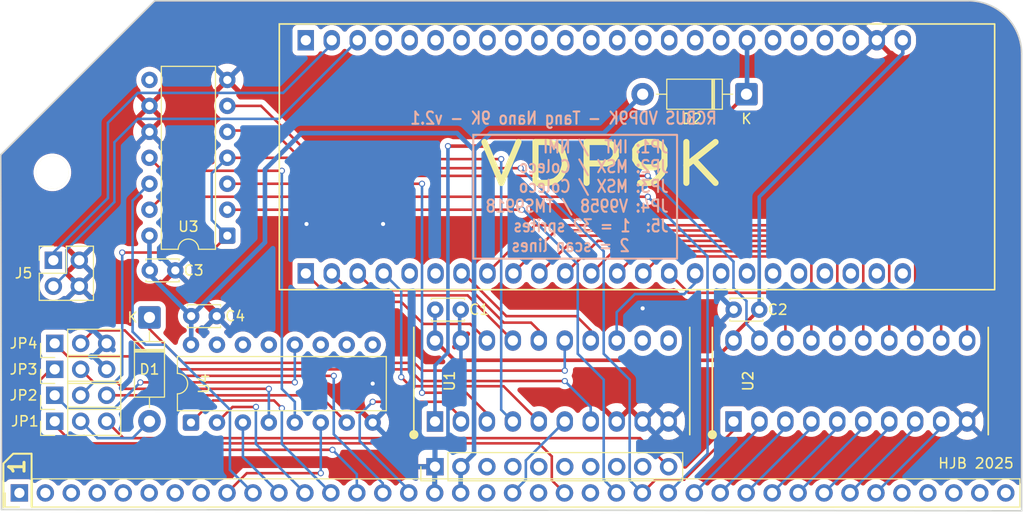
<source format=kicad_pcb>
(kicad_pcb (version 20241229) (generator "pcbnew") (generator_version "9.0")
  (title_block (title "RCBUS VDP9K") (rev "2.1") (company "HJB 2025") (comment 4 "VDP Tang Nano 9K - V9958 32K MSX / TMS9918A Coleco"))
  (layers (0 "F.Cu" signal) (2 "B.Cu" signal) (13 "F.Paste" user) (15 "B.Paste" user) (5 "F.SilkS" user "F.Silkscreen") (7 "B.SilkS" user "B.Silkscreen") (1 "F.Mask" user) (3 "B.Mask" user) (25 "Edge.Cuts" user))
  (net 0 "")
  (net 1 "GND")
  (net 2 "/{slash}IRQ")
  (net 3 "A15")
  (net 4 "A14")
  (net 5 "A13")
  (net 6 "A12")
  (net 7 "A11")
  (net 8 "A10")
  (net 9 "A9")
  (net 10 "A8")
  (net 11 "A7")
  (net 12 "A6")
  (net 13 "A5")
  (net 14 "A4")
  (net 15 "A3")
  (net 16 "A2")
  (net 17 "A1")
  (net 18 "A0")
  (net 19 "{slash}MREQ")
  (net 20 "{slash}RD")
  (net 21 "CLK")
  (net 22 "{slash}INT")
  (net 23 "{slash}IORQ")
  (net 24 "{slash}WR")
  (net 25 "{slash}M1")
  (net 26 "{slash}RST")
  (net 27 "D0")
  (net 28 "D1")
  (net 29 "D2")
  (net 30 "D3")
  (net 31 "D4")
  (net 32 "D5")
  (net 33 "D6")
  (net 34 "D7")
  (net 35 "TX")
  (net 36 "RX")
  (net 37 "USR1")
  (net 38 "USR2")
  (net 39 "USR3")
  (net 40 "/3VD4")
  (net 41 "+3.3V")
  (net 42 "/{slash}RST3")
  (net 44 "/3VD5")
  (net 45 "/3VD3")
  (net 46 "/{slash}CSR3")
  (net 47 "/VDD")
  (net 49 "/3VD6")
  (net 50 "/3VD7")
  (net 51 "/{slash}INT3")
  (net 53 "Net-(U4-E2)")
  (net 55 "/3VD1")
  (net 56 "VCC")
  (net 58 "/3VD2")
  (net 59 "/3VD0")
  (net 62 "/{slash}CSW3")
  (net 63 "Net-(JP4-C)")
  (net 66 "/{slash}CSW")
  (net 71 "/MODE03")
  (net 73 "/{slash}CSR")
  (net 77 "/MSX")
  (net 81 "/COL")
  (net 97 "Net-(D1-A)")
  (net 103 "{slash}NMI")
  (net 108 "/32Sprites")
  (net 109 "/Scanlines")
  (net 110 "/MODE13")
  (net 111 "Net-(JP2-C)")
  (net 112 "Net-(JP3-C)")
  (footprint "Mounting_Holes:MountingHole_3.2mm_M3" (layer "F.Cu") (at 55.9736 42.1386)
    (property "Reference" "MNT0" (hide yes))
    (property "Value" "" (hide yes))
  )
  (footprint "Connector_PinHeader_2.54mm:PinHeader_1x39_P2.54mm_Vertical" (layer "F.Cu") (at 52.7478 73.5076 90)
    (property "Reference" "J1" (hide yes))
    (property "Value" "Conn_01X39" (hide yes))
  )
  (footprint "Package_DIP:DIP-16_W7.62mm" (layer "F.Cu") (at 69.5398 66.6216 90)
    (property "Reference" "U4")
    (property "Value" "74HCT138" (hide yes))
  )
  (footprint "Connector_PinHeader_2.54mm:PinHeader_1x03_P2.54mm_Vertical" (layer "F.Cu") (at 56.2048 63.9546 90)
    (property "Reference" "JP2")
    (property "Value" "Jumper_3_Open" (hide yes))
  )
  (footprint "Diode_THT:D_DO-41_SOD81_P10.16mm_Horizontal" (layer "F.Cu") (at 65.4758 56.3346 -90)
    (property "Reference" "D1")
    (property "Value" "1N5817" (hide yes))
  )
  (footprint "Connector_PinHeader_2.54mm:PinHeader_1x03_P2.54mm_Vertical" (layer "F.Cu") (at 56.2048 58.8746 90)
    (property "Reference" "JP4")
    (property "Value" "Jumper_3_Open" (hide yes))
  )
  (footprint "Connector_PinHeader_2.54mm:PinHeader_1x03_P2.54mm_Vertical" (layer "F.Cu") (at 56.2048 61.4146 90)
    (property "Reference" "JP3")
    (property "Value" "Jumper_3_Open" (hide yes))
  )
  (footprint "0my_project:DIP-48_TangNano9K" (layer "F.Cu") (at 109.982 40.61845)
    (property "Reference" "U6" (hide yes))
    (property "Value" "Tang_Nano_9K" (hide yes))
  )
  (footprint "Connector_PinHeader_2.54mm:PinHeader_1x03_P2.54mm_Vertical" (layer "F.Cu") (at 56.2048 66.4946 90)
    (property "Reference" "JP1")
    (property "Value" "Jumper_3_Open" (hide yes))
  )
  (footprint "Diode_THT:D_DO-41_SOD81_P10.16mm_Horizontal" (layer "F.Cu") (at 123.8958 34.4906 180)
    (property "Reference" "D2")
    (property "Value" "1N5817")
  )
  (footprint "Package_DIP:DIP-14_W7.62mm" (layer "F.Cu") (at 73.0958 48.3336 180)
    (property "Reference" "U3")
    (property "Value" "74HCT32" (hide yes))
  )
  (footprint "Connector_PinHeader_2.54mm:PinHeader_1x10_P2.54mm_Vertical" (layer "F.Cu") (at 93.4158 70.9396 90)
    (property "Reference" "J2" (hide yes))
    (property "Value" "Conn_01x10")
  )
  (footprint "0my_project:DIP-20_TI-N" (layer "F.Cu") (at 134.0558 62.5576)
    (property "Reference" "U2")
    (property "Value" "SN74LVC245AN" (hide yes))
  )
  (footprint "0my_project:DIP-20_TI-N" (layer "F.Cu") (at 104.8458 62.5576)
    (property "Reference" "U1")
    (property "Value" "SN74LVC245AN" (hide yes))
  )
  (footprint "Capacitor_THT:C_Disc_D3.0mm_W2.0mm_P2.50mm" (layer "F.Cu") (at 125.1458 55.5726 180)
    (property "Reference" "C2")
    (property "Value" "0.1uF")
  )
  (footprint "Capacitor_THT:C_Disc_D3.0mm_W2.0mm_P2.50mm" (layer "F.Cu") (at 93.4358 55.5726)
    (property "Reference" "C1")
    (property "Value" "0.1uF")
  )
  (footprint "Capacitor_THT:C_Disc_D3.0mm_W2.0mm_P2.50mm" (layer "F.Cu") (at 69.5598 56.2076)
    (property "Reference" "C4")
    (property "Value" "0.1uF")
  )
  (footprint "Capacitor_THT:C_Disc_D3.0mm_W2.0mm_P2.50mm" (layer "F.Cu") (at 65.504657 51.731853)
    (property "Reference" "C3")
    (property "Value" "0.1uF")
  )
  (footprint "Connector_PinHeader_2.54mm:PinHeader_2x02_P2.54mm_Vertical" (layer "F.Cu") (at 56.0728 50.7416)
    (property "Reference" "J5")
    (property "Value" "Conn_02x02" (hide yes))
  )
  (gr_line (start 53.9188 69.6696) (end 52.1408 69.6696) (stroke (width 0.2)) (layer "F.SilkS"))
  (gr_line (start 51.180844 70.629556) (end 52.107107 69.703293) (stroke (width 0.2)) (layer "F.SilkS"))
  (gr_line (start 51.181 74.89952) (end 51.181 70.6856) (stroke (width 0.2)) (layer "F.SilkS"))
  (gr_line (start 53.9416 69.6696) (end 53.9416 74.8766) (stroke (width 0.2)) (layer "F.SilkS"))
  (gr_rect (start 97.1623 38.46575) (end 117.1013 50.581451) (stroke (width 0.2)) (fill no) (layer "B.SilkS"))
  (gr_line (start 145.632987 25.353413) (end 65.9838 25.353413) (stroke (width 0.15)) (layer "Edge.Cuts"))
  (gr_line (start 150.819799 30.533413) (end 150.8198 75.2576) (stroke (width 0.15)) (layer "Edge.Cuts"))
  (gr_line (start 150.8198 75.2576) (end 50.9978 75.1306) (stroke (width 0.15)) (layer "Edge.Cuts"))
  (gr_line (start 50.9978 75.1306) (end 50.924974 40.412239) (stroke (width 0.15)) (layer "Edge.Cuts"))
  (gr_arc (start 145.632987 25.3466) (mid 149.300618 26.865782) (end 150.8198 30.533413) (stroke (width 0.15)) (layer "Edge.Cuts"))
  (gr_line (start 65.9838 25.353413) (end 50.924974 40.412239) (stroke (width 0.15)) (layer "Edge.Cuts"))
  (gr_text "1" (at 52.5218 70.9396 90) (layer "F.SilkS") (effects (font (size 1.5 1.5) (thickness 0.3))))
  (gr_text "VDP9K" (at 109.7988 41.3486 0) (layer "F.SilkS") (effects (font (size 4 5) (thickness 0.6))))
  (gr_text "HJB 2025" (at 142.5648 71.1936 0) (layer "F.SilkS") (effects (font (size 1 1)) (justify left bottom)))
  (gr_text "JP1: INT  / NMI\nJP2: MSX / Coleco\nJP3: MSX / Coleco\nJP4: V9958 / TMS9918\nJ5:  1 = 32 sprites\n     2 = scan lines" (at 116.377716 50.010217 0) (layer "B.SilkS") (effects (font (size 1.2 1) (thickness 0.2) (bold yes)) (justify left bottom mirror)))
  (gr_text "RCBUS VDP9K - Tang Nano 9K - v2.1" (at 121.1018 37.5386 0) (layer "B.SilkS") (effects (font (size 1.2 1) (thickness 0.2) (bold yes)) (justify left bottom mirror)))
  (segment (start 59.6338 54.3026) (end 65.43391 54.3026) (width 0.35) (layer "F.Cu") (net 1))
  (segment (start 116.2758 66.5176) (end 118.4578 64.3356) (width 0.35) (layer "F.Cu") (net 1))
  (segment (start 114.9828 67.7646) (end 115.0288 67.7646) (width 0.35) (layer "F.Cu") (net 1))
  (segment (start 93.3748 70.8986) (end 56.0368 70.8986) (width 0.35) (layer "F.Cu") (net 1))
  (segment (start 53.9258 57.9786) (end 53.9258 57.9686) (width 0.35) (layer "F.Cu") (net 1))
  (segment (start 112.3618 65.3516) (end 112.5698 65.3516) (width 0.35) (layer "F.Cu") (net 1))
  (segment (start 111.1958 66.5176) (end 112.3618 65.3516) (width 0.35) (layer "F.Cu") (net 1))
  (segment (start 58.6128 53.2816) (end 59.6338 54.3026) (width 0.35) (layer "F.Cu") (net 1))
  (segment (start 56.0368 70.8986) (end 53.4108 68.2726) (width 0.35) (layer "F.Cu") (net 1))
  (segment (start 138.6104 27.2516) (end 136.652 29.21) (width 0.35) (layer "F.Cu") (net 1))
  (segment (start 143.3038 64.3356) (end 145.4858 66.5176) (width 0.35) (layer "F.Cu") (net 1))
  (segment (start 78.9378 27.2516) (end 73.0958 33.0936) (width 0.35) (layer "F.Cu") (net 1))
  (segment (start 53.4108 58.4936) (end 53.9258 57.9786) (width 0.35) (layer "F.Cu") (net 1))
  (segment (start 136.652 29.21) (end 134.6936 27.2516) (width 0.35) (layer "F.Cu") (net 1))
  (segment (start 115.0288 67.7646) (end 116.2758 66.5176) (width 0.35) (layer "F.Cu") (net 1))
  (segment (start 53.9258 57.9686) (end 58.6128 53.2816) (width 0.35) (layer "F.Cu") (net 1))
  (segment (start 145.4858 66.5176) (end 147.7718 64.2316) (width 0.35) (layer "F.Cu") (net 1))
  (segment (start 65.4758 35.6336) (end 66.7458 36.9036) (width 0.35) (layer "F.Cu") (net 1))
  (segment (start 113.7358 66.5176) (end 114.9828 67.7646) (width 0.35) (layer "F.Cu") (net 1))
  (segment (start 73.0958 33.0936) (end 71.9528 34.2366) (width 0.35) (layer "F.Cu") (net 1))
  (segment (start 66.8728 34.2366) (end 65.4758 35.6336) (width 0.35) (layer "F.Cu") (net 1))
  (segment (start 134.6936 27.2516) (end 78.9378 27.2516) (width 0.35) (layer "F.Cu") (net 1))
  (segment (start 147.7718 64.2316) (end 147.7718 33.02) (width 0.35) (layer "F.Cu") (net 1))
  (segment (start 112.5698 65.3516) (end 113.7358 66.5176) (width 0.35) (layer "F.Cu") (net 1))
  (segment (start 65.43391 54.3026) (end 68.004657 51.731853) (width 0.35) (layer "F.Cu") (net 1))
  (segment (start 147.7718 33.02) (end 142.0034 27.2516) (width 0.35) (layer "F.Cu") (net 1))
  (segment (start 68.004657 51.731853) (end 72.0598 55.786996) (width 0.35) (layer "F.Cu") (net 1))
  (segment (start 53.4108 68.2726) (end 53.4108 58.4936) (width 0.35) (layer "F.Cu") (net 1))
  (segment (start 142.0034 27.2516) (end 138.6104 27.2516) (width 0.35) (layer "F.Cu") (net 1))
  (segment (start 66.7458 36.9036) (end 65.4758 38.1736) (width 0.35) (layer "F.Cu") (net 1))
  (segment (start 71.9528 34.2366) (end 66.8728 34.2366) (width 0.35) (layer "F.Cu") (net 1))
  (segment (start 118.4578 64.3356) (end 143.3038 64.3356) (width 0.35) (layer "F.Cu") (net 1))
  (via (at 80.8428 47.1906) (size 0.6) (drill 0.4) (layers "F.Cu" "B.Cu") (net 1))
  (via (at 88.3358 47.1906) (size 0.6) (drill 0.4) (layers "F.Cu" "B.Cu") (net 1))
  (via (at 87.3198 62.8116) (size 0.6) (drill 0.4) (layers "F.Cu" "B.Cu") (net 1))
  (via (at 113.7358 55.4456) (size 0.6) (drill 0.4) (layers "F.Cu" "B.Cu") (net 1))
  (segment (start 59.7608 52.1336) (end 59.7608 51.8896) (width 0.35) (layer "B.Cu") (net 1))
  (segment (start 58.6128 53.2816) (end 59.7608 52.1336) (width 0.35) (layer "B.Cu") (net 1))
  (segment (start 140.1288 61.1606) (end 145.4858 66.5176) (width 0.35) (layer "B.Cu") (net 1))
  (segment (start 122.6458 55.5726) (end 121.1018 57.1166) (width 0.35) (layer "B.Cu") (net 1))
  (segment (start 121.1018 57.1166) (end 121.1018 59.7636) (width 0.35) (layer "B.Cu") (net 1))
  (segment (start 59.7608 54.4296) (end 58.6128 53.2816) (width 0.35) (layer "B.Cu") (net 1))
  (segment (start 121.1018 59.7636) (end 122.4988 61.1606) (width 0.35) (layer "B.Cu") (net 1))
  (segment (start 60.0148 60.1446) (end 61.2848 61.4146) (width 0.35) (layer "B.Cu") (net 1))
  (segment (start 59.7608 57.3506) (end 59.7608 54.4296) (width 0.35) (layer "B.Cu") (net 1))
  (segment (start 93.4158 69.2886) (end 93.4158 70.9396) (width 0.35) (layer "B.Cu") (net 1))
  (segment (start 59.7608 51.8896) (end 58.6128 50.7416) (width 0.35) (layer "B.Cu") (net 1))
  (segment (start 62.9358 40.7136) (end 65.4758 38.1736) (width 0.35) (layer "B.Cu") (net 1))
  (segment (start 93.3878 73.5076) (end 93.3878 70.9676) (width 0.5) (layer "B.Cu") (net 1))
  (segment (start 95.8288 58.6206) (end 95.8288 55.5926) (width 0.35) (layer "B.Cu") (net 1))
  (segment (start 95.9558 60.5256) (end 94.6858 61.7956) (width 0.35) (layer "B.Cu") (net 1))
  (segment (start 93.4158 70.9396) (end 91.6378 70.9396) (width 0.35) (layer "B.Cu") (net 1))
  (segment (start 58.6228 50.7416) (end 62.9358 46.4286) (width 0.35) (layer "B.Cu") (net 1))
  (segment (start 61.2848 58.8746) (end 60.0148 60.1446) (width 0.35) (layer "B.Cu") (net 1))
  (segment (start 94.6858 68.0186) (end 93.4158 69.2886) (width 0.35) (layer "B.Cu") (net 1))
  (segment (start 95.9558 58.5976) (end 95.9558 60.5256) (width 0.35) (layer "B.Cu") (net 1))
  (segment (start 122.4988 61.1606) (end 140.1288 61.1606) (width 0.35) (layer "B.Cu") (net 1))
  (segment (start 61.2848 58.8746) (end 59.7608 57.3506) (width 0.35) (layer "B.Cu") (net 1))
  (segment (start 62.9358 46.4286) (end 62.9358 40.7136) (width 0.35) (layer "B.Cu") (net 1))
  (segment (start 91.6378 70.9396) (end 87.3198 66.6216) (width 0.35) (layer "B.Cu") (net 1))
  (segment (start 94.6858 61.7956) (end 94.6858 68.0186) (width 0.35) (layer "B.Cu") (net 1))
  (segment (start 92.1458 61.5416) (end 106.1158 61.5416) (width 0.25) (layer "F.Cu") (net 2))
  (segment (start 65.4758 57.4776) (end 68.7778 60.7796) (width 0.25) (layer "F.Cu") (net 2))
  (segment (start 68.7778 60.7796) (end 91.3838 60.7796) (width 0.25) (layer "F.Cu") (net 2))
  (segment (start 65.4758 56.3346) (end 65.4758 57.4776) (width 0.25) (layer "F.Cu") (net 2))
  (segment (start 91.3838 60.7796) (end 92.1458 61.5416) (width 0.25) (layer "F.Cu") (net 2))
  (via (at 106.1158 61.5416) (size 0.6) (drill 0.4) (layers "F.Cu" "B.Cu") (net 2))
  (segment (start 106.1158 58.5976) (end 106.1158 61.5416) (width 0.25) (layer "B.Cu") (net 2))
  (segment (start 75.0008 71.5746) (end 73.0678 73.5076) (width 0.25) (layer "F.Cu") (net 11))
  (segment (start 82.2398 71.5746) (end 75.0008 71.5746) (width 0.25) (layer "F.Cu") (net 11))
  (via (at 82.2398 71.5746) (size 0.6) (drill 0.4) (layers "F.Cu" "B.Cu") (net 11))
  (segment (start 82.2398 71.513484) (end 82.2398 66.6216) (width 0.25) (layer "B.Cu") (net 11))
  (segment (start 65.4758 43.2536) (end 63.8248 44.9046) (width 0.25) (layer "B.Cu") (net 12))
  (segment (start 73.3498 71.2496) (end 75.6078 73.5076) (width 0.25) (layer "B.Cu") (net 12))
  (segment (start 65.0948 59.0016) (end 66.9998 59.0016) (width 0.25) (layer "B.Cu") (net 12))
  (segment (start 73.3498 65.3516) (end 73.3498 71.2496) (width 0.25) (layer "B.Cu") (net 12))
  (segment (start 63.8248 57.7316) (end 65.0948 59.0016) (width 0.25) (layer "B.Cu") (net 12))
  (segment (start 63.8248 44.9046) (end 63.8248 57.7316) (width 0.25) (layer "B.Cu") (net 12))
  (segment (start 66.9998 59.0016) (end 73.3498 65.3516) (width 0.25) (layer "B.Cu") (net 12))
  (segment (start 78.1478 73.5076) (end 74.6198 69.9796) (width 0.25) (layer "B.Cu") (net 13))
  (segment (start 74.6198 69.9796) (end 74.6198 66.6216) (width 0.25) (layer "B.Cu") (net 13))
  (segment (start 73.6038 65.0976) (end 72.0798 66.6216) (width 0.25) (layer "F.Cu") (net 14))
  (segment (start 75.8898 65.0976) (end 73.6038 65.0976) (width 0.25) (layer "F.Cu") (net 14))
  (segment (start 75.8998 65.0876) (end 75.8898 65.0976) (width 0.25) (layer "F.Cu") (net 14))
  (via (at 75.8998 65.0876) (size 0.6) (drill 0.4) (layers "F.Cu" "B.Cu") (net 14))
  (segment (start 80.6878 73.5076) (end 75.8898 68.7096) (width 0.25) (layer "B.Cu") (net 14))
  (segment (start 75.8898 68.7096) (end 75.8898 65.0976) (width 0.25) (layer "B.Cu") (net 14))
  (segment (start 75.8898 65.0976) (end 75.8998 65.0876) (width 0.25) (layer "B.Cu") (net 14))
  (segment (start 78.4298 65.2246) (end 77.6678 64.4626) (width 0.25) (layer "F.Cu") (net 15))
  (segment (start 77.6678 64.4626) (end 71.6988 64.4626) (width 0.25) (layer "F.Cu") (net 15))
  (segment (start 71.6988 64.4626) (end 69.5398 66.6216) (width 0.25) (layer "F.Cu") (net 15))
  (via (at 78.4298 65.2246) (size 0.6) (drill 0.4) (layers "F.Cu" "B.Cu") (net 15))
  (segment (start 78.4298 65.2246) (end 78.4298 68.7096) (width 0.25) (layer "B.Cu") (net 15))
  (segment (start 78.4298 68.7096) (end 83.2278 73.5076) (width 0.25) (layer "B.Cu") (net 15))
  (segment (start 83.3828 69.2886) (end 55.9508 69.2886) (width 0.25) (layer "F.Cu") (net 16))
  (segment (start 54.4268 67.7646) (end 54.4268 62.8116) (width 0.25) (layer "F.Cu") (net 16))
  (segment (start 55.9508 69.2886) (end 54.4268 67.7646) (width 0.25) (layer "F.Cu") (net 16))
  (segment (start 54.4268 62.8116) (end 55.8238 61.4146) (width 0.25) (layer "F.Cu") (net 16))
  (via (at 83.3828 69.2886) (size 0.6) (drill 0.4) (layers "F.Cu" "B.Cu") (net 16))
  (segment (start 85.7678 71.6736) (end 85.7678 73.5076) (width 0.25) (layer "B.Cu") (net 16))
  (segment (start 83.3828 69.2886) (end 85.7678 71.6736) (width 0.25) (layer "B.Cu") (net 16))
  (segment (start 83.5098 62.0496) (end 66.4918 62.0496) (width 0.25) (layer "F.Cu") (net 17))
  (segment (start 64.5868 60.1446) (end 57.4748 60.1446) (width 0.25) (layer "F.Cu") (net 17))
  (segment (start 66.4918 62.0496) (end 64.5868 60.1446) (width 0.25) (layer "F.Cu") (net 17))
  (segment (start 57.4748 60.1446) (end 56.2048 58.8746) (width 0.25) (layer "F.Cu") (net 17))
  (via (at 83.5098 62.0496) (size 0.6) (drill 0.4) (layers "F.Cu" "B.Cu") (net 17))
  (segment (start 88.3078 72.5626) (end 88.3078 73.5076) (width 0.25) (layer "B.Cu") (net 17))
  (segment (start 83.5098 62.0496) (end 83.5098 67.7646) (width 0.25) (layer "B.Cu") (net 17))
  (segment (start 83.5098 67.7646) (end 88.3078 72.5626) (width 0.25) (layer "B.Cu") (net 17))
  (segment (start 87.3198 64.5896) (end 94.4318 64.5896) (width 0.25) (layer "F.Cu") (net 18))
  (segment (start 94.4318 64.5896) (end 95.9558 66.1136) (width 0.25) (layer "F.Cu") (net 18))
  (via (at 87.3198 64.5896) (size 0.6) (drill 0.4) (layers "F.Cu" "B.Cu") (net 18))
  (segment (start 86.0498 65.8596) (end 86.0498 68.4276) (width 0.25) (layer "B.Cu") (net 18))
  (segment (start 87.3198 64.5896) (end 86.0498 65.8596) (width 0.25) (layer "B.Cu") (net 18))
  (segment (start 86.0498 68.4276) (end 90.8478 73.2256) (width 0.25) (layer "B.Cu") (net 18))
  (segment (start 115.0058 72.2096) (end 117.7998 72.2096) (width 0.25) (layer "F.Cu") (net 20))
  (segment (start 113.7078 73.5076) (end 115.0058 72.2096) (width 0.25) (layer "F.Cu") (net 20))
  (segment (start 117.7998 72.2096) (end 122.6258 67.3836) (width 0.25) (layer "F.Cu") (net 20))
  (segment (start 101.7978 41.7296) (end 81.2238 41.7296) (width 0.25) (layer "F.Cu") (net 20))
  (segment (start 77.5408 38.0466) (end 73.2228 38.0466) (width 0.25) (layer "F.Cu") (net 20))
  (segment (start 81.2238 41.7296) (end 77.5408 38.0466) (width 0.25) (layer "F.Cu") (net 20))
  (via (at 101.7978 41.7296) (size 0.6) (drill 0.4) (layers "F.Cu" "B.Cu") (net 20))
  (segment (start 112.4658 72.2656) (end 113.7078 73.5076) (width 0.25) (layer "B.Cu") (net 20))
  (segment (start 112.4658 62.4306) (end 112.4658 72.2656) (width 0.25) (layer "B.Cu") (net 20))
  (segment (start 101.7978 41.7296) (end 109.9258 49.8576) (width 0.25) (layer "B.Cu") (net 20))
  (segment (start 109.9258 59.8906) (end 112.4658 62.4306) (width 0.25) (layer "B.Cu") (net 20))
  (segment (start 109.9258 49.8576) (end 109.9258 59.8906) (width 0.25) (layer "B.Cu") (net 20))
  (segment (start 103.5758 68.6536) (end 57.9828 68.6536) (width 0.25) (layer "F.Cu") (net 22))
  (segment (start 106.0878 73.5076) (end 104.8458 72.2656) (width 0.25) (layer "F.Cu") (net 22))
  (segment (start 104.8458 72.2656) (end 104.8458 69.9236) (width 0.25) (layer "F.Cu") (net 22))
  (segment (start 57.9828 68.6536) (end 56.2048 66.8756) (width 0.25) (layer "F.Cu") (net 22))
  (segment (start 104.8458 69.9236) (end 103.5758 68.6536) (width 0.25) (layer "F.Cu") (net 22))
  (segment (start 66.7458 44.5236) (end 65.4758 45.7936) (width 0.25) (layer "F.Cu") (net 23))
  (segment (start 114.2438 44.5236) (end 66.7458 44.5236) (width 0.25) (layer "F.Cu") (net 23))
  (via (at 114.2438 44.5236) (size 0.6) (drill 0.4) (layers "F.Cu" "B.Cu") (net 23))
  (segment (start 114.2438 44.5236) (end 120.0858 50.3656) (width 0.25) (layer "B.Cu") (net 23))
  (segment (start 120.0858 69.6696) (end 116.2478 73.5076) (width 0.25) (layer "B.Cu") (net 23))
  (segment (start 120.0858 50.3656) (end 120.0858 69.6696) (width 0.25) (layer "B.Cu") (net 23))
  (segment (start 101.9248 45.7936) (end 73.0958 45.7936) (width 0.25) (layer "F.Cu") (net 24))
  (via (at 101.9248 45.7936) (size 0.6) (drill 0.4) (layers "F.Cu" "B.Cu") (net 24))
  (segment (start 102.0518 45.7936) (end 107.3858 51.1276) (width 0.25) (layer "B.Cu") (net 24))
  (segment (start 101.9248 45.7936) (end 102.0518 45.7936) (width 0.25) (layer "B.Cu") (net 24))
  (segment (start 107.3858 51.1276) (end 107.3858 59.8906) (width 0.25) (layer "B.Cu") (net 24))
  (segment (start 109.9258 72.2096) (end 111.1678 73.4516) (width 0.25) (layer "B.Cu") (net 24))
  (segment (start 109.9258 62.4306) (end 109.9258 72.2096) (width 0.25) (layer "B.Cu") (net 24))
  (segment (start 107.3858 59.8906) (end 109.9258 62.4306) (width 0.25) (layer "B.Cu") (net 24))
  (segment (start 102.3058 72.2096) (end 102.3058 70.3276) (width 0.25) (layer "B.Cu") (net 26))
  (segment (start 102.3058 70.3276) (end 106.1158 66.5176) (width 0.25) (layer "B.Cu") (net 26))
  (segment (start 101.0078 73.5076) (end 102.3058 72.2096) (width 0.25) (layer "B.Cu") (net 26))
  (segment (start 118.7878 73.5076) (end 125.1658 67.1296) (width 0.25) (layer "B.Cu") (net 27))
  (segment (start 121.3278 73.5076) (end 127.7058 67.1296) (width 0.25) (layer "B.Cu") (net 28))
  (segment (start 123.8678 73.5076) (end 130.2458 67.1296) (width 0.25) (layer "B.Cu") (net 29))
  (segment (start 126.4078 73.5076) (end 132.7858 67.1296) (width 0.25) (layer "B.Cu") (net 30))
  (segment (start 128.9478 73.5076) (end 135.3258 67.1296) (width 0.25) (layer "B.Cu") (net 31))
  (segment (start 131.4878 73.5076) (end 137.8658 67.1296) (width 0.25) (layer "B.Cu") (net 32))
  (segment (start 134.0278 73.5076) (end 140.4058 67.1296) (width 0.25) (layer "B.Cu") (net 33))
  (segment (start 136.5678 73.5076) (end 142.9458 67.1296) (width 0.25) (layer "B.Cu") (net 34))
  (segment (start 135.3258 58.5976) (end 135.3258 51.0006) (width 0.25) (layer "F.Cu") (net 40))
  (segment (start 135.3258 51.0006) (end 133.6748 49.3496) (width 0.25) (layer "F.Cu") (net 40))
  (segment (start 111.3893 49.3496) (end 108.712 52.0269) (width 0.25) (layer "F.Cu") (net 40))
  (segment (start 133.6748 49.3496) (end 111.3893 49.3496) (width 0.25) (layer "F.Cu") (net 40))
  (segment (start 93.4158 58.5976) (end 95.3438 60.5256) (width 0.35) (layer "F.Cu") (net 41))
  (segment (start 95.3438 60.5256) (end 120.6978 60.5256) (width 0.35) (layer "F.Cu") (net 41))
  (segment (start 120.6978 60.5256) (end 122.6258 58.5976) (width 0.35) (layer "F.Cu") (net 41))
  (segment (start 122.6258 58.0926) (end 125.1458 55.5726) (width 0.35) (layer "F.Cu") (net 41))
  (segment (start 139.192 30.4974) (end 139.192 29.21) (width 0.35) (layer "B.Cu") (net 41))
  (segment (start 125.1458 44.5436) (end 139.192 30.4974) (width 0.35) (layer "B.Cu") (net 41))
  (segment (start 125.1458 55.5726) (end 125.1458 44.5436) (width 0.35) (layer "B.Cu") (net 41))
  (segment (start 93.4158 58.5976) (end 93.4158 55.5926) (width 0.35) (layer "B.Cu") (net 41))
  (segment (start 100.4008 56.2076) (end 107.2588 56.2076) (width 0.25) (layer "F.Cu") (net 42))
  (segment (start 107.2588 56.2076) (end 108.6558 57.6046) (width 0.25) (layer "F.Cu") (net 42))
  (segment (start 96.2201 52.0269) (end 100.4008 56.2076) (width 0.25) (layer "F.Cu") (net 42))
  (segment (start 108.6558 57.6046) (end 108.6558 58.5976) (width 0.25) (layer "F.Cu") (net 42))
  (segment (start 132.7858 51.0006) (end 131.6428 49.8576) (width 0.25) (layer "F.Cu") (net 44))
  (segment (start 113.4213 49.8576) (end 111.252 52.0269) (width 0.25) (layer "F.Cu") (net 44))
  (segment (start 131.6428 49.8576) (end 113.4213 49.8576) (width 0.25) (layer "F.Cu") (net 44))
  (segment (start 132.7858 58.5976) (end 132.7858 51.0006) (width 0.25) (layer "F.Cu") (net 44))
  (segment (start 109.3573 48.8416) (end 106.172 52.0269) (width 0.25) (layer "F.Cu") (net 45))
  (segment (start 137.8658 58.5976) (end 137.8658 51.0006) (width 0.25) (layer "F.Cu") (net 45))
  (segment (start 137.8658 51.0006) (end 135.7068 48.8416) (width 0.25) (layer "F.Cu") (net 45))
  (segment (start 135.7068 48.8416) (end 109.3573 48.8416) (width 0.25) (layer "F.Cu") (net 45))
  (segment (start 100.1468 56.8426) (end 102.8138 56.8426) (width 0.25) (layer "F.Cu") (net 46))
  (segment (start 102.8138 56.8426) (end 103.5758 57.6046) (width 0.25) (layer "F.Cu") (net 46))
  (segment (start 96.9718 53.6676) (end 100.1468 56.8426) (width 0.25) (layer "F.Cu") (net 46))
  (segment (start 87.4927 53.6676) (end 96.9718 53.6676) (width 0.25) (layer "F.Cu") (net 46))
  (segment (start 103.5758 57.6046) (end 103.5758 58.5976) (width 0.25) (layer "F.Cu") (net 46))
  (segment (start 85.852 52.0269) (end 87.4927 53.6676) (width 0.25) (layer "F.Cu") (net 46))
  (segment (start 94.6858 39.5706) (end 118.8158 39.5706) (width 0.35) (layer "F.Cu") (net 47))
  (segment (start 118.8158 39.5706) (end 123.8958 34.4906) (width 0.35) (layer "F.Cu") (net 47))
  (via (at 94.6858 39.5706) (size 0.6) (drill 0.4) (layers "F.Cu" "B.Cu") (net 47))
  (segment (start 94.6858 39.5706) (end 94.6828 39.5736) (width 0.35) (layer "B.Cu") (net 47))
  (segment (start 123.952 29.21) (end 123.952 34.4344) (width 0.45) (layer "B.Cu") (net 47))
  (segment (start 94.6828 59.7666) (end 93.4158 61.0336) (width 0.35) (layer "B.Cu") (net 47))
  (segment (start 93.4158 61.0336) (end 93.4158 66.5176) (width 0.35) (layer "B.Cu") (net 47))
  (segment (start 94.6828 39.5736) (end 94.6828 59.7666) (width 0.35) (layer "B.Cu") (net 47))
  (segment (start 115.4533 50.3656) (end 129.6108 50.3656) (width 0.25) (layer "F.Cu") (net 49))
  (segment (start 130.2458 51.0006) (end 130.2458 58.5976) (width 0.25) (layer "F.Cu") (net 49))
  (segment (start 113.792 52.0269) (end 115.4533 50.3656) (width 0.25) (layer "F.Cu") (net 49))
  (segment (start 129.6108 50.3656) (end 130.2458 51.0006) (width 0.25) (layer "F.Cu") (net 49))
  (segment (start 127.7058 55.1916) (end 127.7058 58.5976) (width 0.25) (layer "F.Cu") (net 50))
  (segment (start 116.332 52.0269) (end 118.2267 53.9216) (width 0.25) (layer "F.Cu") (net 50))
  (segment (start 126.4358 53.9216) (end 127.7058 55.1916) (width 0.25) (layer "F.Cu") (net 50))
  (segment (start 118.2267 53.9216) (end 126.4358 53.9216) (width 0.25) (layer "F.Cu") (net 50))
  (segment (start 90.1138 62.1766) (end 91.0028 63.0656) (width 0.25) (layer "F.Cu") (net 51))
  (segment (start 91.0028 63.0656) (end 100.1238 63.0656) (width 0.25) (layer "F.Cu") (net 51))
  (segment (start 100.1238 63.0656) (end 103.5758 66.5176) (width 0.25) (layer "F.Cu") (net 51))
  (via (at 90.1138 62.1766) (size 0.6) (drill 0.4) (layers "F.Cu" "B.Cu") (net 51))
  (segment (start 90.1138 53.7487) (end 88.392 52.0269) (width 0.25) (layer "B.Cu") (net 51))
  (segment (start 90.1138 62.1766) (end 90.1138 53.7487) (width 0.25) (layer "B.Cu") (net 51))
  (segment (start 78.4298 41.9836) (end 66.7458 41.9836) (width 0.25) (layer "F.Cu") (net 53))
  (segment (start 66.7458 41.9836) (end 65.4758 40.7136) (width 0.25) (layer "F.Cu") (net 53))
  (via (at 78.4298 41.9836) (size 0.6) (drill 0.4) (layers "F.Cu" "B.Cu") (net 53))
  (segment (start 78.4298 41.9836) (end 78.4298 63.3196) (width 0.25) (layer "B.Cu") (net 53))
  (segment (start 79.6998 64.5896) (end 79.6998 66.6216) (width 0.25) (layer "B.Cu") (net 53))
  (segment (start 78.4298 63.3196) (end 79.6998 64.5896) (width 0.25) (layer "B.Cu") (net 53))
  (segment (start 138.1198 47.8256) (end 142.9458 52.6516) (width 0.25) (layer "F.Cu") (net 55))
  (segment (start 142.9458 52.6516) (end 142.9458 58.5976) (width 0.25) (layer "F.Cu") (net 55))
  (segment (start 105.2268 47.8256) (end 138.1198 47.8256) (width 0.25) (layer "F.Cu") (net 55))
  (segment (start 101.092 51.9604) (end 105.2268 47.8256) (width 0.25) (layer "F.Cu") (net 55))
  (segment (start 98.8768 38.3006) (end 97.2258 39.9516) (width 0.45) (layer "B.Cu") (net 56))
  (segment (start 113.7358 34.4906) (end 109.9258 38.3006) (width 0.45) (layer "B.Cu") (net 56))
  (segment (start 95.9278 73.5076) (end 95.9278 70.9676) (width 0.45) (layer "B.Cu") (net 56))
  (segment (start 65.4758 48.3336) (end 65.4758 52.1236) (width 0.45) (layer "B.Cu") (net 56))
  (segment (start 97.238 69.6574) (end 95.9558 70.9396) (width 0.45) (layer "B.Cu") (net 56))
  (segment (start 76.7788 48.9886) (end 69.5598 56.2076) (width 0.45) (layer "B.Cu") (net 56))
  (segment (start 76.7788 41.8566) (end 76.7788 48.9886) (width 0.45) (layer "B.Cu") (net 56))
  (segment (start 97.2258 39.9516) (end 97.238 39.9638) (width 0.45) (layer "B.Cu") (net 56))
  (segment (start 97.2258 39.9516) (end 95.5748 38.3006) (width 0.45) (layer "B.Cu") (net 56))
  (segment (start 65.4758 52.1236) (end 69.5598 56.2076) (width 0.45) (layer "B.Cu") (net 56))
  (segment (start 97.238 39.9638) (end 97.238 69.6574) (width 0.45) (layer "B.Cu") (net 56))
  (segment (start 95.5748 38.3006) (end 80.3348 38.3006) (width 0.45) (layer "B.Cu") (net 56))
  (segment (start 69.5598 56.2076) (end 69.5598 58.9816) (width 0.45) (layer "B.Cu") (net 56))
  (segment (start 80.3348 38.3006) (end 76.7788 41.8566) (width 0.45) (layer "B.Cu") (net 56))
  (segment (start 109.9258 38.3006) (end 98.8768 38.3006) (width 0.45) (layer "B.Cu") (net 56))
  (segment (start 103.632 52.0269) (end 107.3253 48.3336) (width 0.25) (layer "F.Cu") (net 58))
  (segment (start 140.4058 51.0006) (end 140.4058 58.5976) (width 0.25) (layer "F.Cu") (net 58))
  (segment (start 107.3253 48.3336) (end 137.7388 48.3336) (width 0.25) (layer "F.Cu") (net 58))
  (segment (start 137.7388 48.3336) (end 140.4058 51.0006) (width 0.25) (layer "F.Cu") (net 58))
  (segment (start 145.4858 54.3026) (end 145.4858 58.5976) (width 0.25) (layer "F.Cu") (net 59))
  (segment (start 98.552 51.9604) (end 103.1948 47.3176) (width 0.25) (layer "F.Cu") (net 59))
  (segment (start 138.5008 47.3176) (end 145.4858 54.3026) (width 0.25) (layer "F.Cu") (net 59))
  (segment (start 103.1948 47.3176) (end 138.5008 47.3176) (width 0.25) (layer "F.Cu") (net 59))
  (segment (start 83.312 52.0269) (end 85.4607 54.1756) (width 0.25) (layer "F.Cu") (net 62))
  (segment (start 96.6138 54.1756) (end 101.0358 58.5976) (width 0.25) (layer "F.Cu") (net 62))
  (segment (start 85.4607 54.1756) (end 96.6138 54.1756) (width 0.25) (layer "F.Cu") (net 62))
  (segment (start 63.0628 57.6046) (end 60.0148 57.6046) (width 0.25) (layer "F.Cu") (net 63))
  (segment (start 106.1158 62.5576) (end 92.0188 62.5576) (width 0.25) (layer "F.Cu") (net 63))
  (segment (start 60.0148 57.6046) (end 58.7448 58.8746) (width 0.25) (layer "F.Cu") (net 63))
  (segment (start 90.8758 61.4146) (end 66.8728 61.4146) (width 0.25) (layer "F.Cu") (net 63))
  (segment (start 66.8728 61.4146) (end 63.0628 57.6046) (width 0.25) (layer "F.Cu") (net 63))
  (segment (start 92.0188 62.5576) (end 90.8758 61.4146) (width 0.25) (layer "F.Cu") (net 63))
  (via (at 106.1158 62.5576) (size 0.6) (drill 0.4) (layers "F.Cu" "B.Cu") (net 63))
  (segment (start 108.6558 65.0976) (end 108.6558 66.5176) (width 0.25) (layer "B.Cu") (net 63))
  (segment (start 106.1158 62.5576) (end 108.6558 65.0976) (width 0.25) (layer "B.Cu") (net 63))
  (segment (start 92.1458 63.7106) (end 92.1558 63.7006) (width 0.25) (layer "F.Cu") (net 66))
  (segment (start 96.4638 63.7006) (end 98.4958 65.7326) (width 0.25) (layer "F.Cu") (net 66))
  (segment (start 92.1458 43.2536) (end 73.0958 43.2536) (width 0.25) (layer "F.Cu") (net 66))
  (segment (start 92.1558 63.7006) (end 96.4638 63.7006) (width 0.25) (layer "F.Cu") (net 66))
  (via (at 92.1458 63.7106) (size 0.6) (drill 0.4) (layers "F.Cu" "B.Cu") (net 66))
  (via (at 92.1458 43.2536) (size 0.6) (drill 0.4) (layers "F.Cu" "B.Cu") (net 66))
  (segment (start 92.1458 43.2536) (end 92.1458 63.7106) (width 0.25) (layer "B.Cu") (net 66))
  (segment (start 96.8678 56.9696) (end 98.4958 58.5976) (width 0.25) (layer "F.Cu") (net 71))
  (segment (start 92.2728 56.9696) (end 96.8678 56.9696) (width 0.25) (layer "F.Cu") (net 71))
  (segment (start 80.772 52.0269) (end 83.5557 54.8106) (width 0.25) (layer "F.Cu") (net 71))
  (segment (start 83.5557 54.8106) (end 90.1138 54.8106) (width 0.25) (layer "F.Cu") (net 71))
  (segment (start 90.1138 54.8106) (end 92.2728 56.9696) (width 0.25) (layer "F.Cu") (net 71))
  (segment (start 99.8928 40.8406) (end 81.6048 40.8406) (width 0.25) (layer "F.Cu") (net 73))
  (segment (start 76.3978 35.6336) (end 73.0958 35.6336) (width 0.25) (layer "F.Cu") (net 73))
  (segment (start 81.6048 40.8406) (end 76.3978 35.6336) (width 0.25) (layer "F.Cu") (net 73))
  (via (at 99.8928 40.8406) (size 0.6) (drill 0.4) (layers "F.Cu" "B.Cu") (net 73))
  (segment (start 99.8928 65.3746) (end 99.8928 40.8406) (width 0.25) (layer "B.Cu") (net 73))
  (segment (start 101.0358 66.5176) (end 99.8928 65.3746) (width 0.25) (layer "B.Cu") (net 73))
  (segment (start 79.6998 62.6846) (end 64.5968 62.6846) (width 0.25) (layer "F.Cu") (net 77))
  (segment (start 64.5968 62.6846) (end 64.5868 62.6946) (width 0.25) (layer "F.Cu") (net 77))
  (via (at 64.5868 62.6946) (size 0.6) (drill 0.4) (layers "F.Cu" "B.Cu") (net 77))
  (via (at 79.6998 62.6846) (size 0.6) (drill 0.4) (layers "F.Cu" "B.Cu") (net 77))
  (segment (start 64.5768 62.6946) (end 62.0468 65.2246) (width 0.25) (layer "B.Cu") (net 77))
  (segment (start 64.5868 62.6946) (end 64.5768 62.6946) (width 0.25) (layer "B.Cu") (net 77))
  (segment (start 62.0468 65.2246) (end 57.4748 65.2246) (width 0.25) (layer "B.Cu") (net 77))
  (segment (start 57.4748 65.2246) (end 56.2048 63.9546) (width 0.25) (layer "B.Cu") (net 77))
  (segment (start 79.6998 59.0016) (end 79.6998 62.6846) (width 0.25) (layer "B.Cu") (net 77))
  (segment (start 61.2848 63.9546) (end 82.1128 63.9546) (width 0.25) (layer "F.Cu") (net 81))
  (segment (start 82.1128 63.9546) (end 84.7798 66.6216) (width 0.25) (layer "F.Cu") (net 81))
  (segment (start 58.7448 66.4946) (end 60.3958 68.1456) (width 0.25) (layer "B.Cu") (net 97))
  (segment (start 63.8248 68.1456) (end 65.4758 66.4946) (width 0.25) (layer "B.Cu") (net 97))
  (segment (start 60.3958 68.1456) (end 63.8248 68.1456) (width 0.25) (layer "B.Cu") (net 97))
  (segment (start 61.2848 66.4946) (end 62.9358 68.1456) (width 0.25) (layer "F.Cu") (net 103))
  (segment (start 113.4818 68.1456) (end 116.2758 70.9396) (width 0.25) (layer "F.Cu") (net 103))
  (segment (start 62.9358 68.1456) (end 113.4818 68.1456) (width 0.25) (layer "F.Cu") (net 103))
  (segment (start 64.3328 34.3636) (end 61.4118 37.2846) (width 0.25) (layer "B.Cu") (net 108))
  (segment (start 61.4118 37.2846) (end 61.4118 44.6506) (width 0.25) (layer "B.Cu") (net 108))
  (segment (start 56.0728 49.9896) (end 56.0728 50.7416) (width 0.25) (layer "B.Cu") (net 108))
  (segment (start 61.4118 44.6506) (end 56.0728 49.9896) (width 0.25) (layer "B.Cu") (net 108))
  (segment (start 78.5568 34.3636) (end 64.3328 34.3636) (width 0.25) (layer "B.Cu") (net 108))
  (segment (start 83.312 29.6084) (end 78.5568 34.3636) (width 0.25) (layer "B.Cu") (net 108))
  (segment (start 64.3328 36.9036) (end 62.0468 39.1896) (width 0.25) (layer "B.Cu") (net 109))
  (segment (start 85.852 29.2274) (end 78.1758 36.9036) (width 0.25) (layer "B.Cu") (net 109))
  (segment (start 57.3478 52.0066) (end 56.0728 53.2816) (width 0.25) (layer "B.Cu") (net 109))
  (segment (start 57.3478 49.7306) (end 57.3478 52.0066) (width 0.25) (layer "B.Cu") (net 109))
  (segment (start 78.1758 36.9036) (end 64.3328 36.9036) (width 0.25) (layer "B.Cu") (net 109))
  (segment (start 62.0468 39.1896) (end 62.0468 45.0316) (width 0.25) (layer "B.Cu") (net 109))
  (segment (start 62.0468 45.0316) (end 57.3478 49.7306) (width 0.25) (layer "B.Cu") (net 109))
  (segment (start 118.872 52.0269) (end 118.872 52.9764) (width 0.25) (layer "B.Cu") (net 110))
  (segment (start 112.9738 54.0486) (end 111.1958 55.8266) (width 0.25) (layer "B.Cu") (net 110))
  (segment (start 117.7998 54.0486) (end 112.9738 54.0486) (width 0.25) (layer "B.Cu") (net 110))
  (segment (start 111.1958 55.8266) (end 111.1958 58.5976) (width 0.25) (layer "B.Cu") (net 110))
  (segment (start 118.872 52.9764) (end 117.7998 54.0486) (width 0.25) (layer "B.Cu") (net 110))
  (segment (start 114.2348 42.4826) (end 80.7068 42.4826) (width 0.25) (layer "F.Cu") (net 111))
  (segment (start 78.9378 40.7136) (end 73.0958 40.7136) (width 0.25) (layer "F.Cu") (net 111))
  (segment (start 71.4448 49.9846) (end 73.0958 48.3336) (width 0.25) (layer "F.Cu") (net 111))
  (segment (start 80.7068 42.4826) (end 78.9378 40.7136) (width 0.25) (layer "F.Cu") (net 111))
  (segment (start 62.8088 49.9846) (end 71.4448 49.9846) (width 0.25) (layer "F.Cu") (net 111))
  (via (at 114.2348 42.4826) (size 0.6) (drill 0.4) (layers "F.Cu" "B.Cu") (net 111))
  (via (at 62.8088 49.9846) (size 0.6) (drill 0.4) (layers "F.Cu" "B.Cu") (net 111))
  (segment (start 123.8958 56.9696) (end 125.5238 58.5976) (width 0.25) (layer "B.Cu") (net 111))
  (segment (start 123.8958 54.733104) (end 123.8958 56.9696) (width 0.25) (layer "B.Cu") (net 111))
  (segment (start 62.8088 49.9846) (end 62.8088 61.9226) (width 0.25) (layer "B.Cu") (net 111))
  (segment (start 122.6258 53.463104) (end 123.8958 54.733104) (width 0.25) (layer "B.Cu") (net 111))
  (segment (start 71.5718 46.8096) (end 73.0958 48.3336) (width 0.25) (layer "B.Cu") (net 111))
  (segment (start 60.0148 62.6846) (end 58.7448 63.9546) (width 0.25) (layer "B.Cu") (net 111))
  (segment (start 114.2348 42.4826) (end 122.6258 50.8736) (width 0.25) (layer "B.Cu") (net 111))
  (segment (start 71.5718 42.2376) (end 71.5718 46.8096) (width 0.25) (layer "B.Cu") (net 111))
  (segment (start 73.0958 40.7136) (end 71.5718 42.2376) (width 0.25) (layer "B.Cu") (net 111))
  (segment (start 122.6258 50.8736) (end 122.6258 53.463104) (width 0.25) (layer "B.Cu") (net 111))
  (segment (start 62.8088 61.9226) (end 62.0468 62.6846) (width 0.25) (layer "B.Cu") (net 111))
  (segment (start 62.0468 62.6846) (end 60.0148 62.6846) (width 0.25) (layer "B.Cu") (net 111))
  (segment (start 60.0148 62.6846) (end 58.7448 61.4146) (width 0.25) (layer "F.Cu") (net 112))
  (segment (start 77.1598 63.3196) (end 62.9358 63.3196) (width 0.25) (layer "F.Cu") (net 112))
  (segment (start 62.9358 63.3196) (end 62.3008 62.6846) (width 0.25) (layer "F.Cu") (net 112))
  (segment (start 62.3008 62.6846) (end 60.0148 62.6846) (width 0.25) (layer "F.Cu") (net 112))
  (via (at 77.1598 63.3196) (size 0.6) (drill 0.4) (layers "F.Cu" "B.Cu") (net 112))
  (segment (start 77.1598 63.3196) (end 77.1598 66.6216) (width 0.25) (layer "B.Cu") (net 112))
  (zone (net 1) (net_name "GND") (layer "F.Cu") (connect_pads (clearance 0.5)) (min_thickness 0.5) (fill yes (thermal_gap 0.8) (thermal_bridge_width 0.5))
    (polygon (pts (xy 65.9838 25.3466) (xy 145.9938 25.3466) (xy 146.7558 25.4736) (xy 147.2638 25.6006) (xy 147.8988 25.8546) (xy 148.4068 26.1086) (xy 148.9148 26.4896) (xy 149.4228 26.9976) (xy 149.9308 27.6326) (xy 150.3118 28.2676) (xy 150.6928 29.4106) (xy 150.8198 30.1726) (xy 150.8198 73.4796) (xy 50.9978 73.4796) (xy 50.8708 40.4596)))
  )
  (zone (net 1) (net_name "GND") (layer "B.Cu") (priority 1) (connect_pads (clearance 0.5)) (min_thickness 0.5) (fill yes (thermal_gap 0.8) (thermal_bridge_width 0.5))
    (polygon (pts (xy 65.9838 25.3466) (xy 145.8668 25.3466) (xy 146.7558 25.4736) (xy 147.6448 25.7276) (xy 148.5338 26.2356) (xy 149.1688 26.7436) (xy 149.5498 27.1246) (xy 149.9308 27.6326) (xy 150.3118 28.2676) (xy 150.5658 28.9026) (xy 150.6928 29.4106) (xy 150.8198 30.1726) (xy 150.8198 73.6066) (xy 50.9978 73.4796) (xy 50.8708 40.4596)))
  )
)
</source>
